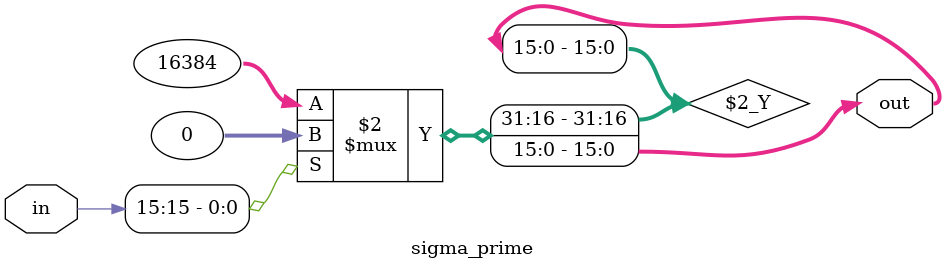
<source format=v>
`timescale 1ns / 1ps
module sigma_prime(in, out);

parameter WL = 16;
parameter FL = 14;

input [(WL - 1):0] in;
output [(WL - 1):0] out;

assign out = (in[WL - 1] == 1'b1) ? 0 : (1 << FL);

endmodule
</source>
